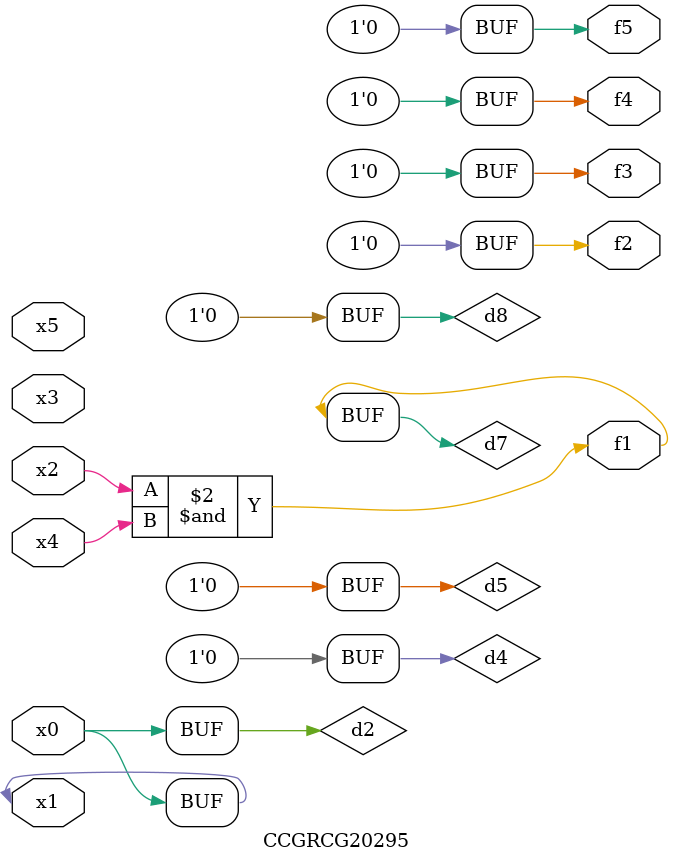
<source format=v>
module CCGRCG20295(
	input x0, x1, x2, x3, x4, x5,
	output f1, f2, f3, f4, f5
);

	wire d1, d2, d3, d4, d5, d6, d7, d8, d9;

	nand (d1, x1);
	buf (d2, x0, x1);
	nand (d3, x2, x4);
	and (d4, d1, d2);
	and (d5, d1, d2);
	nand (d6, d1, d3);
	not (d7, d3);
	xor (d8, d5);
	nor (d9, d5, d6);
	assign f1 = d7;
	assign f2 = d8;
	assign f3 = d8;
	assign f4 = d8;
	assign f5 = d8;
endmodule

</source>
